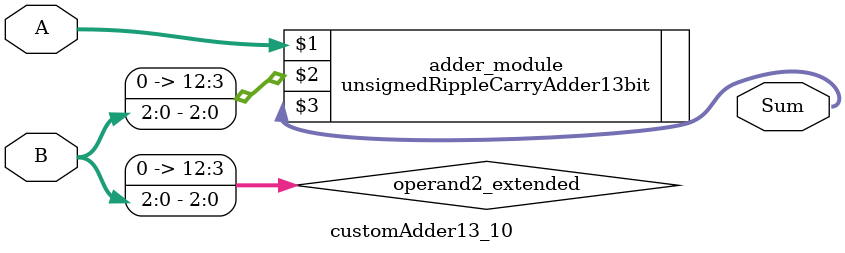
<source format=v>

module customAdder13_10(
                    input [12 : 0] A,
                    input [2 : 0] B,
                    
                    output [13 : 0] Sum
            );

    wire [12 : 0] operand2_extended;
    
    assign operand2_extended =  {10'b0, B};
    
    unsignedRippleCarryAdder13bit adder_module(
        A,
        operand2_extended,
        Sum
    );
    
endmodule
        
</source>
